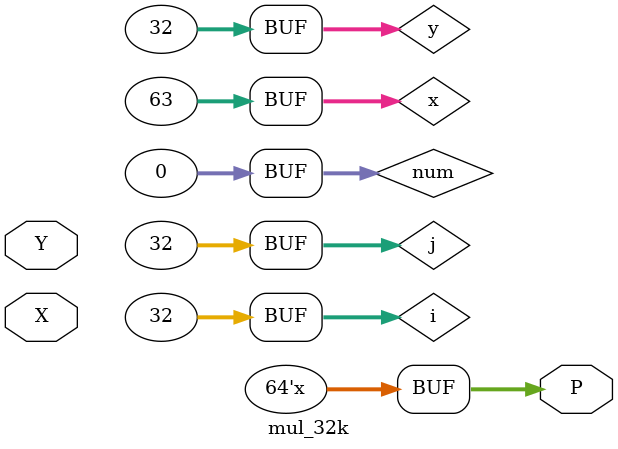
<source format=v>
`timescale 1ns / 1ps


module mul_32k(
  input [31:0] X, Y,
  output reg [63:0] P       // output variable for assignment
  );
//add your code here  
reg [31:0] part [31:0];

integer i, j, x, y, num = 0;
always @(X or Y)
    for(i = 0; i < 32; i = i + 1)
        for(j = 0; j <32; j = j + 1)
            part[i][j] = Y[i] * X[j];

reg [63:0] cin;       
always @(i or j)begin
if(i == 32 && j == 32)
    for(x = 0; x < 63; x = x + 1)begin
        for(y = ((x < 32) ? 0 : (x - 31)); y < 32; y = y + 1)begin
            if(part[y][x - y] == 1) 
                num = num + 1;
        end     
        P[x] = num % 2;
        num = (num - P[x]) / 2; 
    end 
P[63] = num;
num = 0;
end

endmodule

</source>
